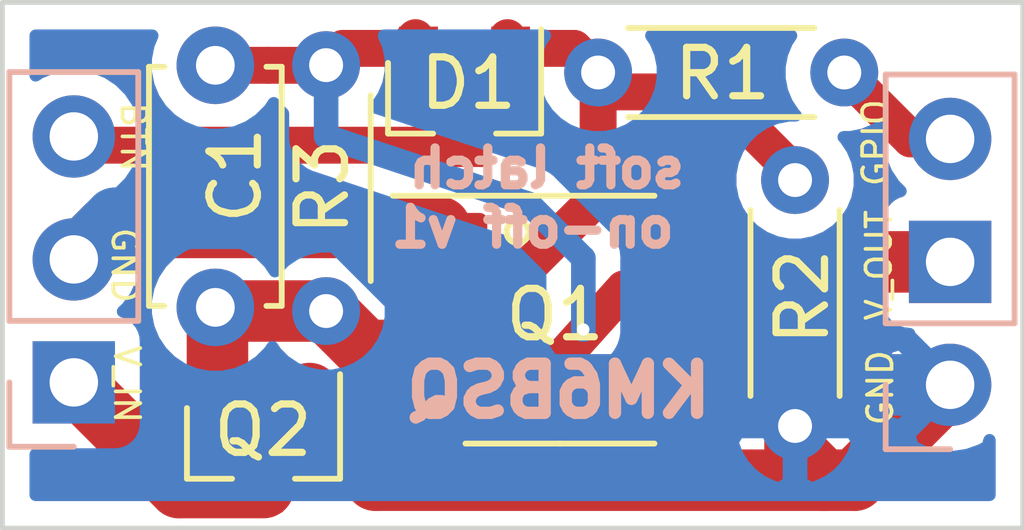
<source format=kicad_pcb>
(kicad_pcb (version 20171130) (host pcbnew "(5.1.12-1-10_14)")

  (general
    (thickness 1.6002)
    (drawings 13)
    (tracks 63)
    (zones 0)
    (modules 9)
    (nets 9)
  )

  (page USLetter)
  (title_block
    (title "soft latch on-off")
    (rev 1)
  )

  (layers
    (0 Front signal)
    (31 Back signal hide)
    (34 B.Paste user hide)
    (35 F.Paste user hide)
    (36 B.SilkS user hide)
    (37 F.SilkS user)
    (38 B.Mask user hide)
    (39 F.Mask user hide)
    (44 Edge.Cuts user)
    (45 Margin user hide)
    (46 B.CrtYd user hide)
    (47 F.CrtYd user hide)
    (49 F.Fab user hide)
  )

  (setup
    (last_trace_width 1.27)
    (user_trace_width 0.254)
    (user_trace_width 0.508)
    (user_trace_width 0.762)
    (user_trace_width 1.016)
    (user_trace_width 1.27)
    (trace_clearance 0.1524)
    (zone_clearance 0.508)
    (zone_45_only no)
    (trace_min 0.1524)
    (via_size 0.508)
    (via_drill 0.254)
    (via_min_size 0.508)
    (via_min_drill 0.254)
    (user_via 0.6858 0.3302)
    (user_via 0.889 0.381)
    (uvia_size 0.6858)
    (uvia_drill 0.254)
    (uvias_allowed no)
    (uvia_min_size 0)
    (uvia_min_drill 0)
    (edge_width 0.0381)
    (segment_width 0.254)
    (pcb_text_width 0.3048)
    (pcb_text_size 1.524 1.524)
    (mod_edge_width 0.127)
    (mod_text_size 0.762 0.762)
    (mod_text_width 0.127)
    (pad_size 1.7 1.7)
    (pad_drill 1)
    (pad_to_mask_clearance 0)
    (aux_axis_origin 0 0)
    (visible_elements FEFFFF7F)
    (pcbplotparams
      (layerselection 0x010fc_ffffffff)
      (usegerberextensions false)
      (usegerberattributes false)
      (usegerberadvancedattributes false)
      (creategerberjobfile false)
      (excludeedgelayer true)
      (linewidth 0.152400)
      (plotframeref false)
      (viasonmask false)
      (mode 1)
      (useauxorigin false)
      (hpglpennumber 1)
      (hpglpenspeed 20)
      (hpglpendiameter 15.000000)
      (psnegative false)
      (psa4output false)
      (plotreference true)
      (plotvalue false)
      (plotinvisibletext false)
      (padsonsilk false)
      (subtractmaskfromsilk true)
      (outputformat 1)
      (mirror false)
      (drillshape 0)
      (scaleselection 1)
      (outputdirectory "./gerbers"))
  )

  (net 0 "")
  (net 1 "Net-(C1-Pad2)")
  (net 2 V_IN)
  (net 3 BTN)
  (net 4 "Net-(D1-Pad1)")
  (net 5 GND)
  (net 6 V_OUT)
  (net 7 GPIO)
  (net 8 "Net-(C1-Pad1)")

  (net_class Default "This is the default net class."
    (clearance 0.1524)
    (trace_width 0.1524)
    (via_dia 0.508)
    (via_drill 0.254)
    (uvia_dia 0.6858)
    (uvia_drill 0.254)
    (diff_pair_width 0.1524)
    (diff_pair_gap 0.1524)
    (add_net BTN)
    (add_net GND)
    (add_net GPIO)
    (add_net "Net-(C1-Pad1)")
    (add_net "Net-(C1-Pad2)")
    (add_net "Net-(D1-Pad1)")
    (add_net V_IN)
    (add_net V_OUT)
  )

  (module Package_TO_SOT_SMD:SOT-23 (layer Front) (tedit 5A02FF57) (tstamp 61A9BD38)
    (at 128.07 112.94 270)
    (descr "SOT-23, Standard")
    (tags SOT-23)
    (path /61A98F12)
    (attr smd)
    (fp_text reference Q2 (at -0.24 0.01 180) (layer F.SilkS)
      (effects (font (size 1 1) (thickness 0.15)))
    )
    (fp_text value AO3401A (at 0 2.5 90) (layer F.Fab) hide
      (effects (font (size 1 1) (thickness 0.15)))
    )
    (fp_text user %R (at 0 0) (layer F.Fab)
      (effects (font (size 0.5 0.5) (thickness 0.075)))
    )
    (fp_line (start -0.7 -0.95) (end -0.7 1.5) (layer F.Fab) (width 0.1))
    (fp_line (start -0.15 -1.52) (end 0.7 -1.52) (layer F.Fab) (width 0.1))
    (fp_line (start -0.7 -0.95) (end -0.15 -1.52) (layer F.Fab) (width 0.1))
    (fp_line (start 0.7 -1.52) (end 0.7 1.52) (layer F.Fab) (width 0.1))
    (fp_line (start -0.7 1.52) (end 0.7 1.52) (layer F.Fab) (width 0.1))
    (fp_line (start 0.76 1.58) (end 0.76 0.65) (layer F.SilkS) (width 0.12))
    (fp_line (start 0.76 -1.58) (end 0.76 -0.65) (layer F.SilkS) (width 0.12))
    (fp_line (start -1.7 -1.75) (end 1.7 -1.75) (layer F.CrtYd) (width 0.05))
    (fp_line (start 1.7 -1.75) (end 1.7 1.75) (layer F.CrtYd) (width 0.05))
    (fp_line (start 1.7 1.75) (end -1.7 1.75) (layer F.CrtYd) (width 0.05))
    (fp_line (start -1.7 1.75) (end -1.7 -1.75) (layer F.CrtYd) (width 0.05))
    (fp_line (start 0.76 -1.58) (end -1.4 -1.58) (layer F.SilkS) (width 0.12))
    (fp_line (start 0.76 1.58) (end -0.7 1.58) (layer F.SilkS) (width 0.12))
    (pad 3 smd rect (at 1 0 270) (size 0.9 0.8) (layers Front F.Paste F.Mask)
      (net 2 V_IN))
    (pad 2 smd rect (at -1 0.95 270) (size 0.9 0.8) (layers Front F.Paste F.Mask)
      (net 8 "Net-(C1-Pad1)"))
    (pad 1 smd rect (at -1 -0.95 270) (size 0.9 0.8) (layers Front F.Paste F.Mask)
      (net 5 GND))
    (model ${KISYS3DMOD}/Package_TO_SOT_SMD.3dshapes/SOT-23.wrl
      (at (xyz 0 0 0))
      (scale (xyz 1 1 1))
      (rotate (xyz 0 0 0))
    )
  )

  (module Package_TO_SOT_SMD:SOT-23 (layer Front) (tedit 5A02FF57) (tstamp 619F7782)
    (at 132.22 105.81 270)
    (descr "SOT-23, Standard")
    (tags SOT-23)
    (path /61A0B32A)
    (attr smd)
    (fp_text reference D1 (at -0.28 -0.08 180) (layer F.SilkS)
      (effects (font (size 1 1) (thickness 0.15)))
    )
    (fp_text value D_Schottky_x2_KCom_AAK (at 0 2.5 90) (layer F.Fab) hide
      (effects (font (size 1 1) (thickness 0.15)))
    )
    (fp_line (start 0.76 1.58) (end -0.7 1.58) (layer F.SilkS) (width 0.12))
    (fp_line (start 0.76 -1.58) (end -1.4 -1.58) (layer F.SilkS) (width 0.12))
    (fp_line (start -1.7 1.75) (end -1.7 -1.75) (layer F.CrtYd) (width 0.05))
    (fp_line (start 1.7 1.75) (end -1.7 1.75) (layer F.CrtYd) (width 0.05))
    (fp_line (start 1.7 -1.75) (end 1.7 1.75) (layer F.CrtYd) (width 0.05))
    (fp_line (start -1.7 -1.75) (end 1.7 -1.75) (layer F.CrtYd) (width 0.05))
    (fp_line (start 0.76 -1.58) (end 0.76 -0.65) (layer F.SilkS) (width 0.12))
    (fp_line (start 0.76 1.58) (end 0.76 0.65) (layer F.SilkS) (width 0.12))
    (fp_line (start -0.7 1.52) (end 0.7 1.52) (layer F.Fab) (width 0.1))
    (fp_line (start 0.7 -1.52) (end 0.7 1.52) (layer F.Fab) (width 0.1))
    (fp_line (start -0.7 -0.95) (end -0.15 -1.52) (layer F.Fab) (width 0.1))
    (fp_line (start -0.15 -1.52) (end 0.7 -1.52) (layer F.Fab) (width 0.1))
    (fp_line (start -0.7 -0.95) (end -0.7 1.5) (layer F.Fab) (width 0.1))
    (fp_text user %R (at -0.0254 -0.127) (layer F.Fab)
      (effects (font (size 0.5 0.5) (thickness 0.075)))
    )
    (pad 3 smd rect (at 1 0 270) (size 0.9 0.8) (layers Front F.Paste F.Mask)
      (net 3 BTN))
    (pad 2 smd rect (at -1 0.95 270) (size 0.9 0.8) (layers Front F.Paste F.Mask)
      (net 1 "Net-(C1-Pad2)"))
    (pad 1 smd rect (at -1 -0.95 270) (size 0.9 0.8) (layers Front F.Paste F.Mask)
      (net 4 "Net-(D1-Pad1)"))
    (model ${KISYS3DMOD}/Package_TO_SOT_SMD.3dshapes/SOT-23.wrl
      (at (xyz 0 0 0))
      (scale (xyz 1 1 1))
      (rotate (xyz 0 0 0))
    )
  )

  (module Resistor_THT:R_Axial_DIN0204_L3.6mm_D1.6mm_P5.08mm_Horizontal (layer Front) (tedit 5AE5139B) (tstamp 61A9C649)
    (at 129.3622 110.236 90)
    (descr "Resistor, Axial_DIN0204 series, Axial, Horizontal, pin pitch=5.08mm, 0.167W, length*diameter=3.6*1.6mm^2, http://cdn-reichelt.de/documents/datenblatt/B400/1_4W%23YAG.pdf")
    (tags "Resistor Axial_DIN0204 series Axial Horizontal pin pitch 5.08mm 0.167W length 3.6mm diameter 1.6mm")
    (path /61A0A18A)
    (fp_text reference R3 (at 2.5654 -0.0762 90) (layer F.SilkS)
      (effects (font (size 1 1) (thickness 0.15)))
    )
    (fp_text value 100k (at 2.54 1.92 90) (layer F.Fab) hide
      (effects (font (size 1 1) (thickness 0.15)))
    )
    (fp_line (start 6.03 -1.05) (end -0.95 -1.05) (layer F.CrtYd) (width 0.05))
    (fp_line (start 6.03 1.05) (end 6.03 -1.05) (layer F.CrtYd) (width 0.05))
    (fp_line (start -0.95 1.05) (end 6.03 1.05) (layer F.CrtYd) (width 0.05))
    (fp_line (start -0.95 -1.05) (end -0.95 1.05) (layer F.CrtYd) (width 0.05))
    (fp_line (start 0.62 0.92) (end 4.46 0.92) (layer F.SilkS) (width 0.12))
    (fp_line (start 0.62 -0.92) (end 4.46 -0.92) (layer F.SilkS) (width 0.12))
    (fp_line (start 5.08 0) (end 4.34 0) (layer F.Fab) (width 0.1))
    (fp_line (start 0 0) (end 0.74 0) (layer F.Fab) (width 0.1))
    (fp_line (start 4.34 -0.8) (end 0.74 -0.8) (layer F.Fab) (width 0.1))
    (fp_line (start 4.34 0.8) (end 4.34 -0.8) (layer F.Fab) (width 0.1))
    (fp_line (start 0.74 0.8) (end 4.34 0.8) (layer F.Fab) (width 0.1))
    (fp_line (start 0.74 -0.8) (end 0.74 0.8) (layer F.Fab) (width 0.1))
    (fp_text user %R (at 2.54 0 90) (layer F.Fab)
      (effects (font (size 0.72 0.72) (thickness 0.108)))
    )
    (pad 2 thru_hole oval (at 5.08 0 90) (size 1.4 1.4) (drill 0.7) (layers *.Cu *.Mask)
      (net 1 "Net-(C1-Pad2)"))
    (pad 1 thru_hole circle (at 0 0 90) (size 1.4 1.4) (drill 0.7) (layers *.Cu *.Mask)
      (net 8 "Net-(C1-Pad1)"))
    (model ${KISYS3DMOD}/Resistor_THT.3dshapes/R_Axial_DIN0204_L3.6mm_D1.6mm_P5.08mm_Horizontal.wrl
      (at (xyz 0 0 0))
      (scale (xyz 1 1 1))
      (rotate (xyz 0 0 0))
    )
  )

  (module Resistor_THT:R_Axial_DIN0204_L3.6mm_D1.6mm_P5.08mm_Horizontal (layer Front) (tedit 5AE5139B) (tstamp 619F71A3)
    (at 139.04 107.53 270)
    (descr "Resistor, Axial_DIN0204 series, Axial, Horizontal, pin pitch=5.08mm, 0.167W, length*diameter=3.6*1.6mm^2, http://cdn-reichelt.de/documents/datenblatt/B400/1_4W%23YAG.pdf")
    (tags "Resistor Axial_DIN0204 series Axial Horizontal pin pitch 5.08mm 0.167W length 3.6mm diameter 1.6mm")
    (path /61A03D02)
    (fp_text reference R2 (at 2.413 -0.1524 90) (layer F.SilkS)
      (effects (font (size 1 1) (thickness 0.15)))
    )
    (fp_text value 1M (at 2.54 1.92 90) (layer F.Fab) hide
      (effects (font (size 1 1) (thickness 0.15)))
    )
    (fp_line (start 6.03 -1.05) (end -0.95 -1.05) (layer F.CrtYd) (width 0.05))
    (fp_line (start 6.03 1.05) (end 6.03 -1.05) (layer F.CrtYd) (width 0.05))
    (fp_line (start -0.95 1.05) (end 6.03 1.05) (layer F.CrtYd) (width 0.05))
    (fp_line (start -0.95 -1.05) (end -0.95 1.05) (layer F.CrtYd) (width 0.05))
    (fp_line (start 0.62 0.92) (end 4.46 0.92) (layer F.SilkS) (width 0.12))
    (fp_line (start 0.62 -0.92) (end 4.46 -0.92) (layer F.SilkS) (width 0.12))
    (fp_line (start 5.08 0) (end 4.34 0) (layer F.Fab) (width 0.1))
    (fp_line (start 0 0) (end 0.74 0) (layer F.Fab) (width 0.1))
    (fp_line (start 4.34 -0.8) (end 0.74 -0.8) (layer F.Fab) (width 0.1))
    (fp_line (start 4.34 0.8) (end 4.34 -0.8) (layer F.Fab) (width 0.1))
    (fp_line (start 0.74 0.8) (end 4.34 0.8) (layer F.Fab) (width 0.1))
    (fp_line (start 0.74 -0.8) (end 0.74 0.8) (layer F.Fab) (width 0.1))
    (fp_text user %R (at 2.54 0 90) (layer F.Fab)
      (effects (font (size 0.72 0.72) (thickness 0.108)))
    )
    (pad 2 thru_hole oval (at 5.08 0 270) (size 1.4 1.4) (drill 0.7) (layers *.Cu *.Mask)
      (net 5 GND))
    (pad 1 thru_hole circle (at 0 0 270) (size 1.4 1.4) (drill 0.7) (layers *.Cu *.Mask)
      (net 4 "Net-(D1-Pad1)"))
    (model ${KISYS3DMOD}/Resistor_THT.3dshapes/R_Axial_DIN0204_L3.6mm_D1.6mm_P5.08mm_Horizontal.wrl
      (at (xyz 0 0 0))
      (scale (xyz 1 1 1))
      (rotate (xyz 0 0 0))
    )
  )

  (module Resistor_THT:R_Axial_DIN0204_L3.6mm_D1.6mm_P5.08mm_Horizontal (layer Front) (tedit 5AE5139B) (tstamp 619F5AEC)
    (at 134.9756 105.3084)
    (descr "Resistor, Axial_DIN0204 series, Axial, Horizontal, pin pitch=5.08mm, 0.167W, length*diameter=3.6*1.6mm^2, http://cdn-reichelt.de/documents/datenblatt/B400/1_4W%23YAG.pdf")
    (tags "Resistor Axial_DIN0204 series Axial Horizontal pin pitch 5.08mm 0.167W length 3.6mm diameter 1.6mm")
    (path /61A06E13)
    (fp_text reference R1 (at 2.5654 0.0254) (layer F.SilkS)
      (effects (font (size 1 1) (thickness 0.15)))
    )
    (fp_text value 330 (at 2.54 1.92) (layer F.Fab) hide
      (effects (font (size 1 1) (thickness 0.15)))
    )
    (fp_line (start 6.03 -1.05) (end -0.95 -1.05) (layer F.CrtYd) (width 0.05))
    (fp_line (start 6.03 1.05) (end 6.03 -1.05) (layer F.CrtYd) (width 0.05))
    (fp_line (start -0.95 1.05) (end 6.03 1.05) (layer F.CrtYd) (width 0.05))
    (fp_line (start -0.95 -1.05) (end -0.95 1.05) (layer F.CrtYd) (width 0.05))
    (fp_line (start 0.62 0.92) (end 4.46 0.92) (layer F.SilkS) (width 0.12))
    (fp_line (start 0.62 -0.92) (end 4.46 -0.92) (layer F.SilkS) (width 0.12))
    (fp_line (start 5.08 0) (end 4.34 0) (layer F.Fab) (width 0.1))
    (fp_line (start 0 0) (end 0.74 0) (layer F.Fab) (width 0.1))
    (fp_line (start 4.34 -0.8) (end 0.74 -0.8) (layer F.Fab) (width 0.1))
    (fp_line (start 4.34 0.8) (end 4.34 -0.8) (layer F.Fab) (width 0.1))
    (fp_line (start 0.74 0.8) (end 4.34 0.8) (layer F.Fab) (width 0.1))
    (fp_line (start 0.74 -0.8) (end 0.74 0.8) (layer F.Fab) (width 0.1))
    (fp_text user %R (at 2.0828 -0.0762) (layer F.Fab)
      (effects (font (size 0.72 0.72) (thickness 0.108)))
    )
    (pad 2 thru_hole oval (at 5.08 0) (size 1.4 1.4) (drill 0.7) (layers *.Cu *.Mask)
      (net 7 GPIO))
    (pad 1 thru_hole circle (at 0 0) (size 1.4 1.4) (drill 0.7) (layers *.Cu *.Mask)
      (net 4 "Net-(D1-Pad1)"))
    (model ${KISYS3DMOD}/Resistor_THT.3dshapes/R_Axial_DIN0204_L3.6mm_D1.6mm_P5.08mm_Horizontal.wrl
      (at (xyz 0 0 0))
      (scale (xyz 1 1 1))
      (rotate (xyz 0 0 0))
    )
  )

  (module Package_SO:SOIC-8_3.9x4.9mm_P1.27mm (layer Front) (tedit 5D9F72B1) (tstamp 619F5AD9)
    (at 134.1882 110.4138)
    (descr "SOIC, 8 Pin (JEDEC MS-012AA, https://www.analog.com/media/en/package-pcb-resources/package/pkg_pdf/soic_narrow-r/r_8.pdf), generated with kicad-footprint-generator ipc_gullwing_generator.py")
    (tags "SOIC SO")
    (path /619F3F89)
    (attr smd)
    (fp_text reference Q1 (at -0.1016 -0.1016) (layer F.SilkS)
      (effects (font (size 1 1) (thickness 0.15)))
    )
    (fp_text value SI9942DY (at 0 3.4) (layer F.Fab) hide
      (effects (font (size 1 1) (thickness 0.15)))
    )
    (fp_line (start 3.7 -2.7) (end -3.7 -2.7) (layer F.CrtYd) (width 0.05))
    (fp_line (start 3.7 2.7) (end 3.7 -2.7) (layer F.CrtYd) (width 0.05))
    (fp_line (start -3.7 2.7) (end 3.7 2.7) (layer F.CrtYd) (width 0.05))
    (fp_line (start -3.7 -2.7) (end -3.7 2.7) (layer F.CrtYd) (width 0.05))
    (fp_line (start -1.95 -1.475) (end -0.975 -2.45) (layer F.Fab) (width 0.1))
    (fp_line (start -1.95 2.45) (end -1.95 -1.475) (layer F.Fab) (width 0.1))
    (fp_line (start 1.95 2.45) (end -1.95 2.45) (layer F.Fab) (width 0.1))
    (fp_line (start 1.95 -2.45) (end 1.95 2.45) (layer F.Fab) (width 0.1))
    (fp_line (start -0.975 -2.45) (end 1.95 -2.45) (layer F.Fab) (width 0.1))
    (fp_line (start 0 -2.56) (end -3.45 -2.56) (layer F.SilkS) (width 0.12))
    (fp_line (start 0 -2.56) (end 1.95 -2.56) (layer F.SilkS) (width 0.12))
    (fp_line (start 0 2.56) (end -1.95 2.56) (layer F.SilkS) (width 0.12))
    (fp_line (start 0 2.56) (end 1.95 2.56) (layer F.SilkS) (width 0.12))
    (fp_text user %R (at 0 0) (layer F.Fab)
      (effects (font (size 0.98 0.98) (thickness 0.15)))
    )
    (pad 8 smd roundrect (at 2.475 -1.905) (size 1.95 0.6) (layers Front F.Paste F.Mask) (roundrect_rratio 0.25)
      (net 1 "Net-(C1-Pad2)"))
    (pad 7 smd roundrect (at 2.475 -0.635) (size 1.95 0.6) (layers Front F.Paste F.Mask) (roundrect_rratio 0.25)
      (net 1 "Net-(C1-Pad2)"))
    (pad 6 smd roundrect (at 2.475 0.635) (size 1.95 0.6) (layers Front F.Paste F.Mask) (roundrect_rratio 0.25)
      (net 6 V_OUT))
    (pad 5 smd roundrect (at 2.475 1.905) (size 1.95 0.6) (layers Front F.Paste F.Mask) (roundrect_rratio 0.25)
      (net 6 V_OUT))
    (pad 4 smd roundrect (at -2.475 1.905) (size 1.95 0.6) (layers Front F.Paste F.Mask) (roundrect_rratio 0.25)
      (net 1 "Net-(C1-Pad2)"))
    (pad 3 smd roundrect (at -2.475 0.635) (size 1.95 0.6) (layers Front F.Paste F.Mask) (roundrect_rratio 0.25)
      (net 8 "Net-(C1-Pad1)"))
    (pad 2 smd roundrect (at -2.475 -0.635) (size 1.95 0.6) (layers Front F.Paste F.Mask) (roundrect_rratio 0.25)
      (net 4 "Net-(D1-Pad1)"))
    (pad 1 smd roundrect (at -2.475 -1.905) (size 1.95 0.6) (layers Front F.Paste F.Mask) (roundrect_rratio 0.25)
      (net 5 GND))
    (model ${KISYS3DMOD}/Package_SO.3dshapes/SOIC-8_3.9x4.9mm_P1.27mm.wrl
      (at (xyz 0 0 0))
      (scale (xyz 1 1 1))
      (rotate (xyz 0 0 0))
    )
  )

  (module Capacitor_THT:C_Disc_D4.7mm_W2.5mm_P5.00mm locked (layer Front) (tedit 5AE50EF0) (tstamp 61A9C60F)
    (at 127.0762 110.1598 90)
    (descr "C, Disc series, Radial, pin pitch=5.00mm, , diameter*width=4.7*2.5mm^2, Capacitor, http://www.vishay.com/docs/45233/krseries.pdf")
    (tags "C Disc series Radial pin pitch 5.00mm  diameter 4.7mm width 2.5mm Capacitor")
    (path /61A027E5)
    (fp_text reference C1 (at 2.72796 0.41148 90) (layer F.SilkS)
      (effects (font (size 1 1) (thickness 0.15)))
    )
    (fp_text value 10nF (at 2.5 2.5 90) (layer F.Fab) hide
      (effects (font (size 1 1) (thickness 0.15)))
    )
    (fp_line (start 6.05 -1.5) (end -1.05 -1.5) (layer F.CrtYd) (width 0.05))
    (fp_line (start 6.05 1.5) (end 6.05 -1.5) (layer F.CrtYd) (width 0.05))
    (fp_line (start -1.05 1.5) (end 6.05 1.5) (layer F.CrtYd) (width 0.05))
    (fp_line (start -1.05 -1.5) (end -1.05 1.5) (layer F.CrtYd) (width 0.05))
    (fp_line (start 4.97 1.055) (end 4.97 1.37) (layer F.SilkS) (width 0.12))
    (fp_line (start 4.97 -1.37) (end 4.97 -1.055) (layer F.SilkS) (width 0.12))
    (fp_line (start 0.03 1.055) (end 0.03 1.37) (layer F.SilkS) (width 0.12))
    (fp_line (start 0.03 -1.37) (end 0.03 -1.055) (layer F.SilkS) (width 0.12))
    (fp_line (start 0.03 1.37) (end 4.97 1.37) (layer F.SilkS) (width 0.12))
    (fp_line (start 0.03 -1.37) (end 4.97 -1.37) (layer F.SilkS) (width 0.12))
    (fp_line (start 4.85 -1.25) (end 0.15 -1.25) (layer F.Fab) (width 0.1))
    (fp_line (start 4.85 1.25) (end 4.85 -1.25) (layer F.Fab) (width 0.1))
    (fp_line (start 0.15 1.25) (end 4.85 1.25) (layer F.Fab) (width 0.1))
    (fp_line (start 0.15 -1.25) (end 0.15 1.25) (layer F.Fab) (width 0.1))
    (fp_text user %R (at 2.5 0 90) (layer F.Fab)
      (effects (font (size 0.94 0.94) (thickness 0.141)))
    )
    (pad 2 thru_hole circle (at 5 0 90) (size 1.6 1.6) (drill 0.8) (layers *.Cu *.Mask)
      (net 1 "Net-(C1-Pad2)"))
    (pad 1 thru_hole circle (at 0 0 90) (size 1.6 1.6) (drill 0.8) (layers *.Cu *.Mask)
      (net 8 "Net-(C1-Pad1)"))
    (model ${KISYS3DMOD}/Capacitor_THT.3dshapes/C_Disc_D4.7mm_W2.5mm_P5.00mm.wrl
      (at (xyz 0 0 0))
      (scale (xyz 1 1 1))
      (rotate (xyz 0 0 0))
    )
  )

  (module Connector_PinHeader_2.54mm:PinHeader_1x03_P2.54mm_Vertical (layer Back) (tedit 619F6157) (tstamp 619F7365)
    (at 142.24 111.76)
    (descr "Through hole straight pin header, 1x03, 2.54mm pitch, single row")
    (tags "Through hole pin header THT 1x03 2.54mm single row")
    (path /61A07BDE)
    (fp_text reference J2 (at 1.0414 3.2766) (layer B.SilkS) hide
      (effects (font (size 1 1) (thickness 0.15)) (justify mirror))
    )
    (fp_text value Conn_01x03 (at 0 -7.41) (layer B.Fab) hide
      (effects (font (size 1 1) (thickness 0.15)) (justify mirror))
    )
    (fp_line (start 1.8 1.8) (end -1.8 1.8) (layer B.CrtYd) (width 0.05))
    (fp_line (start 1.8 -6.85) (end 1.8 1.8) (layer B.CrtYd) (width 0.05))
    (fp_line (start -1.8 -6.85) (end 1.8 -6.85) (layer B.CrtYd) (width 0.05))
    (fp_line (start -1.8 1.8) (end -1.8 -6.85) (layer B.CrtYd) (width 0.05))
    (fp_line (start -1.33 1.33) (end 0 1.33) (layer B.SilkS) (width 0.12))
    (fp_line (start -1.33 0) (end -1.33 1.33) (layer B.SilkS) (width 0.12))
    (fp_line (start -1.33 -1.27) (end 1.33 -1.27) (layer B.SilkS) (width 0.12))
    (fp_line (start 1.33 -1.27) (end 1.33 -6.41) (layer B.SilkS) (width 0.12))
    (fp_line (start -1.33 -1.27) (end -1.33 -6.41) (layer B.SilkS) (width 0.12))
    (fp_line (start -1.33 -6.41) (end 1.33 -6.41) (layer B.SilkS) (width 0.12))
    (fp_line (start -1.27 0.635) (end -0.635 1.27) (layer B.Fab) (width 0.1))
    (fp_line (start -1.27 -6.35) (end -1.27 0.635) (layer B.Fab) (width 0.1))
    (fp_line (start 1.27 -6.35) (end -1.27 -6.35) (layer B.Fab) (width 0.1))
    (fp_line (start 1.27 1.27) (end 1.27 -6.35) (layer B.Fab) (width 0.1))
    (fp_line (start -0.635 1.27) (end 1.27 1.27) (layer B.Fab) (width 0.1))
    (fp_text user %R (at 0 -2.54 270) (layer B.Fab)
      (effects (font (size 1 1) (thickness 0.15)) (justify mirror))
    )
    (pad 3 thru_hole oval (at 0 -5.08) (size 1.7 1.7) (drill 1) (layers *.Cu *.Mask)
      (net 7 GPIO))
    (pad 2 thru_hole rect (at 0 -2.54) (size 1.7 1.7) (drill 1) (layers *.Cu *.Mask)
      (net 6 V_OUT))
    (pad 1 thru_hole circle (at 0 0) (size 1.7 1.7) (drill 1) (layers *.Cu *.Mask)
      (net 5 GND))
    (model ${KISYS3DMOD}/Connector_PinHeader_2.54mm.3dshapes/PinHeader_1x03_P2.54mm_Vertical.wrl
      (at (xyz 0 0 0))
      (scale (xyz 1 1 1))
      (rotate (xyz 0 0 0))
    )
  )

  (module Connector_PinHeader_2.54mm:PinHeader_1x03_P2.54mm_Vertical (layer Back) (tedit 59FED5CC) (tstamp 619F70EE)
    (at 124.1552 111.7092)
    (descr "Through hole straight pin header, 1x03, 2.54mm pitch, single row")
    (tags "Through hole pin header THT 1x03 2.54mm single row")
    (path /61A1AA6C)
    (fp_text reference J1 (at -1.5748 3.0988) (layer B.SilkS) hide
      (effects (font (size 1 1) (thickness 0.15)) (justify mirror))
    )
    (fp_text value Conn_01x03 (at 0 -7.41) (layer B.Fab) hide
      (effects (font (size 1 1) (thickness 0.15)) (justify mirror))
    )
    (fp_line (start 1.8 1.8) (end -1.8 1.8) (layer B.CrtYd) (width 0.05))
    (fp_line (start 1.8 -6.85) (end 1.8 1.8) (layer B.CrtYd) (width 0.05))
    (fp_line (start -1.8 -6.85) (end 1.8 -6.85) (layer B.CrtYd) (width 0.05))
    (fp_line (start -1.8 1.8) (end -1.8 -6.85) (layer B.CrtYd) (width 0.05))
    (fp_line (start -1.33 1.33) (end 0 1.33) (layer B.SilkS) (width 0.12))
    (fp_line (start -1.33 0) (end -1.33 1.33) (layer B.SilkS) (width 0.12))
    (fp_line (start -1.33 -1.27) (end 1.33 -1.27) (layer B.SilkS) (width 0.12))
    (fp_line (start 1.33 -1.27) (end 1.33 -6.41) (layer B.SilkS) (width 0.12))
    (fp_line (start -1.33 -1.27) (end -1.33 -6.41) (layer B.SilkS) (width 0.12))
    (fp_line (start -1.33 -6.41) (end 1.33 -6.41) (layer B.SilkS) (width 0.12))
    (fp_line (start -1.27 0.635) (end -0.635 1.27) (layer B.Fab) (width 0.1))
    (fp_line (start -1.27 -6.35) (end -1.27 0.635) (layer B.Fab) (width 0.1))
    (fp_line (start 1.27 -6.35) (end -1.27 -6.35) (layer B.Fab) (width 0.1))
    (fp_line (start 1.27 1.27) (end 1.27 -6.35) (layer B.Fab) (width 0.1))
    (fp_line (start -0.635 1.27) (end 1.27 1.27) (layer B.Fab) (width 0.1))
    (fp_text user %R (at 0 -2.54 270) (layer B.Fab)
      (effects (font (size 1 1) (thickness 0.15)) (justify mirror))
    )
    (pad 3 thru_hole oval (at 0 -5.08) (size 1.7 1.7) (drill 1) (layers *.Cu *.Mask)
      (net 3 BTN))
    (pad 2 thru_hole oval (at 0 -2.54) (size 1.7 1.7) (drill 1) (layers *.Cu *.Mask)
      (net 5 GND))
    (pad 1 thru_hole rect (at 0 0) (size 1.7 1.7) (drill 1) (layers *.Cu *.Mask)
      (net 2 V_IN))
    (model ${KISYS3DMOD}/Connector_PinHeader_2.54mm.3dshapes/PinHeader_1x03_P2.54mm_Vertical.wrl
      (at (xyz 0 0 0))
      (scale (xyz 1 1 1))
      (rotate (xyz 0 0 0))
    )
  )

  (gr_circle (center 133.31444 108.60024) (end 133.46684 108.76788) (layer F.SilkS) (width 0.127))
  (gr_text KM6BSQ (at 134.1628 111.88192) (layer B.SilkS)
    (effects (font (size 1.016 1.016) (thickness 0.254)) (justify mirror))
  )
  (gr_text GND (at 125.2 109.29 -90) (layer F.SilkS)
    (effects (font (size 0.508 0.508) (thickness 0.0762)))
  )
  (gr_text BTN (at 125.39 106.64 270) (layer F.SilkS)
    (effects (font (size 0.508 0.508) (thickness 0.0762)))
  )
  (gr_text V_IN (at 125.25 111.75 -90) (layer F.SilkS)
    (effects (font (size 0.508 0.508) (thickness 0.0762)))
  )
  (gr_text GPIO (at 140.7 106.76 90) (layer F.SilkS)
    (effects (font (size 0.508 0.508) (thickness 0.0762)))
  )
  (gr_text V_OUT (at 140.77 109.29 90) (layer F.SilkS)
    (effects (font (size 0.508 0.508) (thickness 0.0762)))
  )
  (gr_text GND (at 140.8 111.82 90) (layer F.SilkS)
    (effects (font (size 0.508 0.508) (thickness 0.0762)))
  )
  (gr_text "soft latch \non-off v1" (at 133.62432 107.8992) (layer B.SilkS)
    (effects (font (size 0.762 0.762) (thickness 0.1905)) (justify mirror))
  )
  (gr_line (start 143.7386 103.8606) (end 143.7386 114.72) (layer Edge.Cuts) (width 0.1) (tstamp 61A9C7E0))
  (gr_line (start 122.682 103.8606) (end 143.7386 103.8606) (layer Edge.Cuts) (width 0.1) (tstamp 619F6D9F))
  (gr_line (start 122.682 114.72) (end 122.682 103.8606) (layer Edge.Cuts) (width 0.1))
  (gr_line (start 143.7386 114.72) (end 122.682 114.72) (layer Edge.Cuts) (width 0.1) (tstamp 61A9C7D4))

  (segment (start 136.6632 109.7788) (end 136.6632 108.5088) (width 0.762) (layer Front) (net 1))
  (segment (start 129.3584 105.1598) (end 129.3622 105.156) (width 0.762) (layer Front) (net 1))
  (segment (start 129.3716 105.1466) (end 129.3622 105.156) (width 0.762) (layer Front) (net 1))
  (segment (start 127.0762 105.1598) (end 128.1722 105.1598) (width 0.762) (layer Front) (net 1))
  (segment (start 128.1722 105.1598) (end 129.3584 105.1598) (width 0.762) (layer Front) (net 1))
  (segment (start 131.7386 112.3442) (end 131.7132 112.3188) (width 0.762) (layer Front) (net 1))
  (segment (start 135.509 109.7788) (end 136.6632 109.7788) (width 0.762) (layer Front) (net 1))
  (segment (start 133.212232 112.333432) (end 135.509 109.7788) (width 0.762) (layer Front) (net 1))
  (segment (start 131.727832 112.333432) (end 131.7132 112.3188) (width 0.762) (layer Front) (net 1))
  (segment (start 133.212232 112.333432) (end 131.727832 112.333432) (width 0.762) (layer Front) (net 1))
  (via (at 134.6708 110.617) (size 0.508) (drill 0.254) (layers Front Back) (net 1))
  (segment (start 134.6708 110.617) (end 134.6708 109.1438) (width 0.508) (layer Back) (net 1))
  (segment (start 134.6708 109.1438) (end 133.5532 108.0262) (width 0.508) (layer Back) (net 1))
  (segment (start 129.3622 105.156) (end 129.3622 106.6249) (width 0.508) (layer Back) (net 1))
  (segment (start 129.3622 106.6249) (end 129.36865 106.63135) (width 0.508) (layer Back) (net 1))
  (segment (start 133.5532 108.0262) (end 129.36865 106.63135) (width 0.508) (layer Back) (net 1))
  (segment (start 129.7082 104.81) (end 129.3622 105.156) (width 0.762) (layer Front) (net 1))
  (segment (start 130.984 104.81) (end 129.7082 104.81) (width 0.762) (layer Front) (net 1))
  (segment (start 131.2062 104.5878) (end 130.984 104.81) (width 0.762) (layer Front) (net 1))
  (segment (start 126.32859 113.88259) (end 128.07 113.88259) (width 1.27) (layer Front) (net 2))
  (segment (start 124.1552 111.7092) (end 126.32859 113.88259) (width 1.27) (layer Front) (net 2))
  (segment (start 124.336 106.81) (end 124.1552 106.6292) (width 0.762) (layer Front) (net 3))
  (segment (start 132.22 106.81) (end 124.336 106.81) (width 0.762) (layer Front) (net 3))
  (segment (start 127.1524 110.236) (end 127.0762 110.1598) (width 0.762) (layer Front) (net 8))
  (segment (start 129.3622 110.236) (end 127.1524 110.236) (width 1.27) (layer Front) (net 8))
  (segment (start 130.175 111.0488) (end 129.3622 110.236) (width 1.27) (layer Front) (net 8))
  (segment (start 131.7132 111.0488) (end 130.175 111.0488) (width 1.27) (layer Front) (net 8))
  (segment (start 131.7132 109.7788) (end 133.0706 109.7788) (width 0.762) (layer Front) (net 4))
  (segment (start 134.8138 105.1466) (end 134.9756 105.3084) (width 0.762) (layer Front) (net 4))
  (segment (start 134.9756 107.8738) (end 134.9756 105.3084) (width 0.762) (layer Front) (net 4))
  (segment (start 133.0706 109.7788) (end 134.9756 107.8738) (width 0.762) (layer Front) (net 4))
  (segment (start 135.37692 105.70972) (end 134.9756 105.3084) (width 0.762) (layer Front) (net 4))
  (segment (start 137.3632 105.70972) (end 135.37692 105.70972) (width 0.762) (layer Front) (net 4))
  (segment (start 138.8872 107.23372) (end 137.3632 105.70972) (width 0.762) (layer Front) (net 4))
  (segment (start 138.94308 112.3696) (end 138.8872 112.31372) (width 0.762) (layer Front) (net 5))
  (segment (start 136.6632 111.0488) (end 136.6632 112.3188) (width 0.762) (layer Front) (net 6))
  (segment (start 136.6632 111.0488) (end 138.5062 111.0488) (width 1.27) (layer Front) (net 6))
  (segment (start 138.5062 111.0488) (end 140.335 109.22) (width 1.27) (layer Front) (net 6))
  (segment (start 140.335 109.22) (end 142.24 109.22) (width 1.27) (layer Front) (net 6))
  (segment (start 142.24 106.68) (end 141.4272 106.68) (width 0.762) (layer Front) (net 7))
  (segment (start 141.4272 106.68) (end 140.0556 105.3084) (width 0.762) (layer Front) (net 7))
  (segment (start 134.4772 104.81) (end 134.9756 105.3084) (width 0.762) (layer Front) (net 4))
  (segment (start 133.17 104.81) (end 134.4772 104.81) (width 0.762) (layer Front) (net 4))
  (segment (start 133.1062 104.7462) (end 133.17 104.81) (width 0.762) (layer Front) (net 4))
  (segment (start 133.1062 104.5878) (end 133.1062 104.7462) (width 0.762) (layer Front) (net 4))
  (segment (start 139.18348 112.61) (end 138.8872 112.31372) (width 0.762) (layer Back) (net 5))
  (segment (start 142.24 111.76) (end 141.7 111.76) (width 0.762) (layer Back) (net 5))
  (segment (start 124.8156 108.5088) (end 124.1552 109.1692) (width 1.27) (layer Front) (net 5))
  (segment (start 131.7132 108.5088) (end 124.8156 108.5088) (width 1.27) (layer Front) (net 5))
  (segment (start 140.27 113.73) (end 142.24 111.76) (width 1.27) (layer Front) (net 5))
  (segment (start 139.04 112.61) (end 139.04 113.14) (width 1.27) (layer Front) (net 5))
  (segment (start 139.63 113.73) (end 140.27 113.73) (width 1.27) (layer Front) (net 5))
  (segment (start 139.04 113.14) (end 139.63 113.73) (width 1.27) (layer Front) (net 5))
  (segment (start 130.38 113.73) (end 139.63 113.73) (width 1.27) (layer Front) (net 5))
  (segment (start 129.02 112.37) (end 130.38 113.73) (width 1.27) (layer Front) (net 5))
  (segment (start 129.02 111.94) (end 129.02 112.37) (width 1.27) (layer Front) (net 5))
  (segment (start 133.09 111.76) (end 134.3 111.76) (width 1.27) (layer Back) (net 5))
  (segment (start 134.3 111.76) (end 142.24 111.76) (width 1.27) (layer Back) (net 5))
  (segment (start 129.649201 108.319201) (end 133.09 111.76) (width 1.27) (layer Back) (net 5))
  (segment (start 125.005199 108.319201) (end 129.649201 108.319201) (width 1.27) (layer Back) (net 5))
  (segment (start 124.1552 109.1692) (end 125.005199 108.319201) (width 1.27) (layer Back) (net 5))
  (segment (start 127.12 110.2036) (end 127.0762 110.1598) (width 1.27) (layer Front) (net 8))
  (segment (start 127.12 111.94) (end 127.12 110.2036) (width 1.27) (layer Front) (net 8))

  (zone (net 5) (net_name GND) (layer Back) (tstamp 619F7519) (hatch edge 0.508)
    (connect_pads (clearance 0.508))
    (min_thickness 0.254)
    (fill yes (arc_segments 32) (thermal_gap 0.508) (thermal_bridge_width 0.508))
    (polygon
      (pts
        (xy 143.73 114.6) (xy 122.87885 114.51) (xy 122.90425 104.07232) (xy 143.60525 104.07232)
      )
    )
    (filled_polygon
      (pts
        (xy 125.696347 104.741226) (xy 125.6412 105.018465) (xy 125.6412 105.301135) (xy 125.696347 105.578374) (xy 125.80452 105.839527)
        (xy 125.961563 106.074559) (xy 126.161441 106.274437) (xy 126.396473 106.43148) (xy 126.657626 106.539653) (xy 126.934865 106.5948)
        (xy 127.217535 106.5948) (xy 127.494774 106.539653) (xy 127.755927 106.43148) (xy 127.990959 106.274437) (xy 128.190837 106.074559)
        (xy 128.280604 105.940213) (xy 128.325238 106.007013) (xy 128.473201 106.154976) (xy 128.473201 106.581231) (xy 128.4689 106.6249)
        (xy 128.486064 106.799174) (xy 128.536898 106.966752) (xy 128.56588 107.020973) (xy 128.569658 107.030846) (xy 128.579595 107.046632)
        (xy 128.619448 107.121191) (xy 128.649843 107.158227) (xy 128.662948 107.179046) (xy 128.692794 107.210564) (xy 128.730542 107.256559)
        (xy 128.756611 107.277953) (xy 128.783358 107.306198) (xy 128.829068 107.338574) (xy 128.872359 107.374102) (xy 128.900356 107.389067)
        (xy 128.926261 107.407415) (xy 128.9774 107.430247) (xy 129.026799 107.456652) (xy 129.098998 107.478553) (xy 133.07298 108.803215)
        (xy 133.781801 109.512036) (xy 133.7818 110.529441) (xy 133.7818 110.704559) (xy 133.790363 110.74761) (xy 133.794664 110.791273)
        (xy 133.8074 110.83326) (xy 133.815964 110.876312) (xy 133.83276 110.91686) (xy 133.845497 110.95885) (xy 133.866184 110.997552)
        (xy 133.882979 111.038099) (xy 133.907361 111.074589) (xy 133.928047 111.11329) (xy 133.955885 111.147211) (xy 133.980269 111.183704)
        (xy 134.011302 111.214737) (xy 134.039141 111.248659) (xy 134.073064 111.276499) (xy 134.104096 111.307531) (xy 134.140585 111.331912)
        (xy 134.174509 111.359753) (xy 134.213215 111.380442) (xy 134.249701 111.404821) (xy 134.290243 111.421614) (xy 134.328949 111.442303)
        (xy 134.370943 111.455041) (xy 134.411488 111.471836) (xy 134.454537 111.480399) (xy 134.496526 111.493136) (xy 134.540191 111.497437)
        (xy 134.583241 111.506) (xy 134.627133 111.506) (xy 134.6708 111.510301) (xy 134.714467 111.506) (xy 134.758359 111.506)
        (xy 134.80141 111.497437) (xy 134.845073 111.493136) (xy 134.88706 111.4804) (xy 134.930112 111.471836) (xy 134.97066 111.45504)
        (xy 135.01265 111.442303) (xy 135.051352 111.421616) (xy 135.091899 111.404821) (xy 135.128389 111.380439) (xy 135.16709 111.359753)
        (xy 135.201011 111.331915) (xy 135.237504 111.307531) (xy 135.268537 111.276498) (xy 135.302459 111.248659) (xy 135.330299 111.214736)
        (xy 135.361331 111.183704) (xy 135.385712 111.147215) (xy 135.413553 111.113291) (xy 135.434242 111.074585) (xy 135.458621 111.038099)
        (xy 135.475414 110.997557) (xy 135.496103 110.958851) (xy 135.508841 110.916857) (xy 135.525636 110.876312) (xy 135.534199 110.833263)
        (xy 135.546936 110.791274) (xy 135.551237 110.747609) (xy 135.5598 110.704559) (xy 135.5598 109.187459) (xy 135.5641 109.143799)
        (xy 135.5598 109.100139) (xy 135.5598 109.100133) (xy 135.546936 108.969526) (xy 135.546936 108.969524) (xy 135.515229 108.865)
        (xy 135.496103 108.801949) (xy 135.413553 108.647509) (xy 135.302459 108.512141) (xy 135.268541 108.484305) (xy 134.190392 107.406157)
        (xy 134.138492 107.351351) (xy 134.092773 107.318969) (xy 134.049491 107.283448) (xy 134.021499 107.268486) (xy 133.995589 107.250134)
        (xy 133.944443 107.227298) (xy 133.895052 107.200898) (xy 133.822879 107.179005) (xy 130.376097 106.030078) (xy 130.399162 106.007013)
        (xy 130.545261 105.788359) (xy 130.645896 105.545405) (xy 130.6972 105.287486) (xy 130.6972 105.024514) (xy 130.645896 104.766595)
        (xy 130.554357 104.5456) (xy 133.879696 104.5456) (xy 133.792539 104.676041) (xy 133.691904 104.918995) (xy 133.6406 105.176914)
        (xy 133.6406 105.439886) (xy 133.691904 105.697805) (xy 133.792539 105.940759) (xy 133.938638 106.159413) (xy 134.124587 106.345362)
        (xy 134.343241 106.491461) (xy 134.586195 106.592096) (xy 134.844114 106.6434) (xy 135.107086 106.6434) (xy 135.365005 106.592096)
        (xy 135.607959 106.491461) (xy 135.826613 106.345362) (xy 136.012562 106.159413) (xy 136.158661 105.940759) (xy 136.259296 105.697805)
        (xy 136.3106 105.439886) (xy 136.3106 105.176914) (xy 136.259296 104.918995) (xy 136.158661 104.676041) (xy 136.071504 104.5456)
        (xy 138.959696 104.5456) (xy 138.872539 104.676041) (xy 138.771904 104.918995) (xy 138.7206 105.176914) (xy 138.7206 105.439886)
        (xy 138.771904 105.697805) (xy 138.872539 105.940759) (xy 139.018638 106.159413) (xy 139.054225 106.195) (xy 138.908514 106.195)
        (xy 138.650595 106.246304) (xy 138.407641 106.346939) (xy 138.188987 106.493038) (xy 138.003038 106.678987) (xy 137.856939 106.897641)
        (xy 137.756304 107.140595) (xy 137.705 107.398514) (xy 137.705 107.661486) (xy 137.756304 107.919405) (xy 137.856939 108.162359)
        (xy 138.003038 108.381013) (xy 138.188987 108.566962) (xy 138.407641 108.713061) (xy 138.650595 108.813696) (xy 138.908514 108.865)
        (xy 139.171486 108.865) (xy 139.429405 108.813696) (xy 139.672359 108.713061) (xy 139.891013 108.566962) (xy 140.076962 108.381013)
        (xy 140.223061 108.162359) (xy 140.323696 107.919405) (xy 140.375 107.661486) (xy 140.375 107.398514) (xy 140.323696 107.140595)
        (xy 140.223061 106.897641) (xy 140.076962 106.678987) (xy 140.041375 106.6434) (xy 140.187086 106.6434) (xy 140.445005 106.592096)
        (xy 140.687959 106.491461) (xy 140.774975 106.433319) (xy 140.755 106.53374) (xy 140.755 106.82626) (xy 140.812068 107.113158)
        (xy 140.92401 107.383411) (xy 141.086525 107.626632) (xy 141.21838 107.758487) (xy 141.14582 107.780498) (xy 141.035506 107.839463)
        (xy 140.938815 107.918815) (xy 140.859463 108.015506) (xy 140.800498 108.12582) (xy 140.764188 108.245518) (xy 140.751928 108.37)
        (xy 140.751928 110.07) (xy 140.764188 110.194482) (xy 140.800498 110.31418) (xy 140.859463 110.424494) (xy 140.938815 110.521185)
        (xy 141.035506 110.600537) (xy 141.14582 110.659502) (xy 141.265518 110.695812) (xy 141.39 110.708072) (xy 141.398542 110.708072)
        (xy 141.391208 110.731603) (xy 142.24 111.580395) (xy 142.254143 111.566253) (xy 142.433748 111.745858) (xy 142.419605 111.76)
        (xy 142.433748 111.774143) (xy 142.254143 111.953748) (xy 142.24 111.939605) (xy 141.391208 112.788397) (xy 141.468843 113.037472)
        (xy 141.732883 113.163371) (xy 142.016411 113.235339) (xy 142.308531 113.250611) (xy 142.598019 113.208599) (xy 142.873747 113.110919)
        (xy 143.011157 113.037472) (xy 143.053601 112.9013) (xy 143.053601 114.035) (xy 123.367 114.035) (xy 123.367 113.197272)
        (xy 125.0052 113.197272) (xy 125.129682 113.185012) (xy 125.24938 113.148702) (xy 125.359694 113.089737) (xy 125.456385 113.010385)
        (xy 125.511415 112.94333) (xy 137.747278 112.94333) (xy 137.837147 113.189123) (xy 137.973241 113.41266) (xy 138.15033 113.605351)
        (xy 138.361608 113.759792) (xy 138.598956 113.870047) (xy 138.706671 113.902716) (xy 138.913 113.779374) (xy 138.913 112.737)
        (xy 139.167 112.737) (xy 139.167 113.779374) (xy 139.373329 113.902716) (xy 139.481044 113.870047) (xy 139.718392 113.759792)
        (xy 139.92967 113.605351) (xy 140.106759 113.41266) (xy 140.242853 113.189123) (xy 140.332722 112.94333) (xy 140.210201 112.737)
        (xy 139.167 112.737) (xy 138.913 112.737) (xy 137.869799 112.737) (xy 137.747278 112.94333) (xy 125.511415 112.94333)
        (xy 125.535737 112.913694) (xy 125.594702 112.80338) (xy 125.631012 112.683682) (xy 125.643272 112.5592) (xy 125.643272 112.27667)
        (xy 137.747278 112.27667) (xy 137.869799 112.483) (xy 138.913 112.483) (xy 138.913 111.440626) (xy 139.167 111.440626)
        (xy 139.167 112.483) (xy 140.210201 112.483) (xy 140.332722 112.27667) (xy 140.242853 112.030877) (xy 140.119661 111.828531)
        (xy 140.749389 111.828531) (xy 140.791401 112.118019) (xy 140.889081 112.393747) (xy 140.962528 112.531157) (xy 141.211603 112.608792)
        (xy 142.060395 111.76) (xy 141.211603 110.911208) (xy 140.962528 110.988843) (xy 140.836629 111.252883) (xy 140.764661 111.536411)
        (xy 140.749389 111.828531) (xy 140.119661 111.828531) (xy 140.106759 111.80734) (xy 139.92967 111.614649) (xy 139.718392 111.460208)
        (xy 139.481044 111.349953) (xy 139.373329 111.317284) (xy 139.167 111.440626) (xy 138.913 111.440626) (xy 138.706671 111.317284)
        (xy 138.598956 111.349953) (xy 138.361608 111.460208) (xy 138.15033 111.614649) (xy 137.973241 111.80734) (xy 137.837147 112.030877)
        (xy 137.747278 112.27667) (xy 125.643272 112.27667) (xy 125.643272 110.8592) (xy 125.631012 110.734718) (xy 125.594702 110.61502)
        (xy 125.535737 110.504706) (xy 125.456385 110.408015) (xy 125.359694 110.328663) (xy 125.24938 110.269698) (xy 125.168734 110.245234)
        (xy 125.252788 110.169469) (xy 125.36542 110.018465) (xy 125.6412 110.018465) (xy 125.6412 110.301135) (xy 125.696347 110.578374)
        (xy 125.80452 110.839527) (xy 125.961563 111.074559) (xy 126.161441 111.274437) (xy 126.396473 111.43148) (xy 126.657626 111.539653)
        (xy 126.934865 111.5948) (xy 127.217535 111.5948) (xy 127.494774 111.539653) (xy 127.755927 111.43148) (xy 127.990959 111.274437)
        (xy 128.190837 111.074559) (xy 128.253877 110.980213) (xy 128.325238 111.087013) (xy 128.511187 111.272962) (xy 128.729841 111.419061)
        (xy 128.972795 111.519696) (xy 129.230714 111.571) (xy 129.493686 111.571) (xy 129.751605 111.519696) (xy 129.994559 111.419061)
        (xy 130.213213 111.272962) (xy 130.399162 111.087013) (xy 130.545261 110.868359) (xy 130.645896 110.625405) (xy 130.6972 110.367486)
        (xy 130.6972 110.104514) (xy 130.645896 109.846595) (xy 130.545261 109.603641) (xy 130.399162 109.384987) (xy 130.213213 109.199038)
        (xy 129.994559 109.052939) (xy 129.751605 108.952304) (xy 129.493686 108.901) (xy 129.230714 108.901) (xy 128.972795 108.952304)
        (xy 128.729841 109.052939) (xy 128.511187 109.199038) (xy 128.325238 109.384987) (xy 128.304792 109.415587) (xy 128.190837 109.245041)
        (xy 127.990959 109.045163) (xy 127.755927 108.88812) (xy 127.494774 108.779947) (xy 127.217535 108.7248) (xy 126.934865 108.7248)
        (xy 126.657626 108.779947) (xy 126.396473 108.88812) (xy 126.161441 109.045163) (xy 125.961563 109.245041) (xy 125.80452 109.480073)
        (xy 125.696347 109.741226) (xy 125.6412 110.018465) (xy 125.36542 110.018465) (xy 125.426841 109.93612) (xy 125.552025 109.673299)
        (xy 125.596676 109.52609) (xy 125.475355 109.2962) (xy 124.2822 109.2962) (xy 124.2822 109.3162) (xy 124.0282 109.3162)
        (xy 124.0282 109.2962) (xy 124.0082 109.2962) (xy 124.0082 109.0422) (xy 124.0282 109.0422) (xy 124.0282 109.0222)
        (xy 124.2822 109.0222) (xy 124.2822 109.0422) (xy 125.475355 109.0422) (xy 125.596676 108.81231) (xy 125.552025 108.665101)
        (xy 125.426841 108.40228) (xy 125.252788 108.168931) (xy 125.036555 107.974022) (xy 124.919666 107.904395) (xy 125.101832 107.782675)
        (xy 125.308675 107.575832) (xy 125.47119 107.332611) (xy 125.583132 107.062358) (xy 125.6402 106.77546) (xy 125.6402 106.48294)
        (xy 125.583132 106.196042) (xy 125.47119 105.925789) (xy 125.308675 105.682568) (xy 125.101832 105.475725) (xy 124.858611 105.31321)
        (xy 124.588358 105.201268) (xy 124.30146 105.1442) (xy 124.00894 105.1442) (xy 123.722042 105.201268) (xy 123.451789 105.31321)
        (xy 123.367 105.369864) (xy 123.367 104.5456) (xy 125.777378 104.5456)
      )
    )
  )
)

</source>
